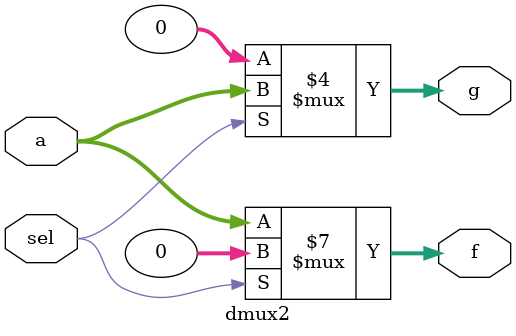
<source format=sv>
module dmux2 #(parameter width = 32)
(
	input sel,
	input [width-1:0] a,
	output logic [width-1:0] f, g
);

always_comb
begin
	if (sel==0) begin
		f = a;
		g = 0;
	end
	else begin
		f = 0;
		g = a;
	end
end

endmodule : dmux2

</source>
